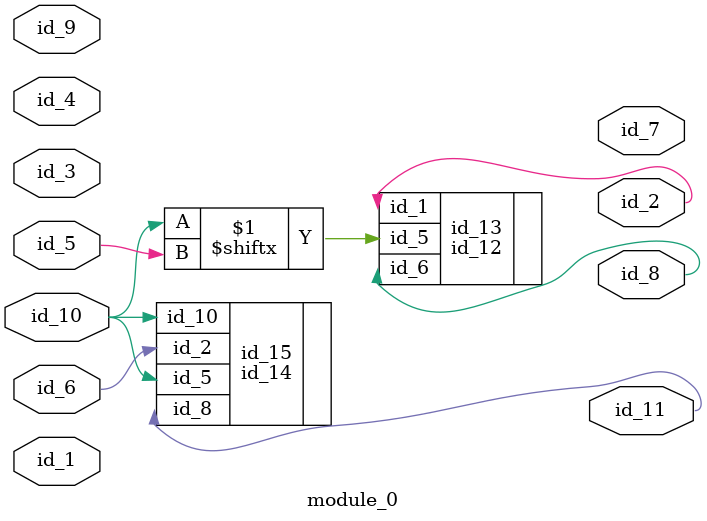
<source format=v>
module module_0 (
    id_1,
    id_2,
    id_3,
    id_4,
    id_5,
    id_6,
    id_7,
    id_8,
    id_9,
    id_10,
    id_11
);
  output id_11;
  input id_10;
  input id_9;
  output id_8;
  output id_7;
  input id_6;
  input id_5;
  input id_4;
  input id_3;
  output id_2;
  input id_1;
  id_12 id_13 (
      .id_5(id_10[id_5]),
      .id_1(id_2),
      .id_6(id_8)
  );
  id_14 id_15 (
      .id_2 (id_6),
      .id_5 (id_10),
      .id_10(id_10),
      .id_8 (id_11)
  );
  id_16 id_17 (
      .id_1(id_15),
      .id_9(id_9)
  );
endmodule

</source>
